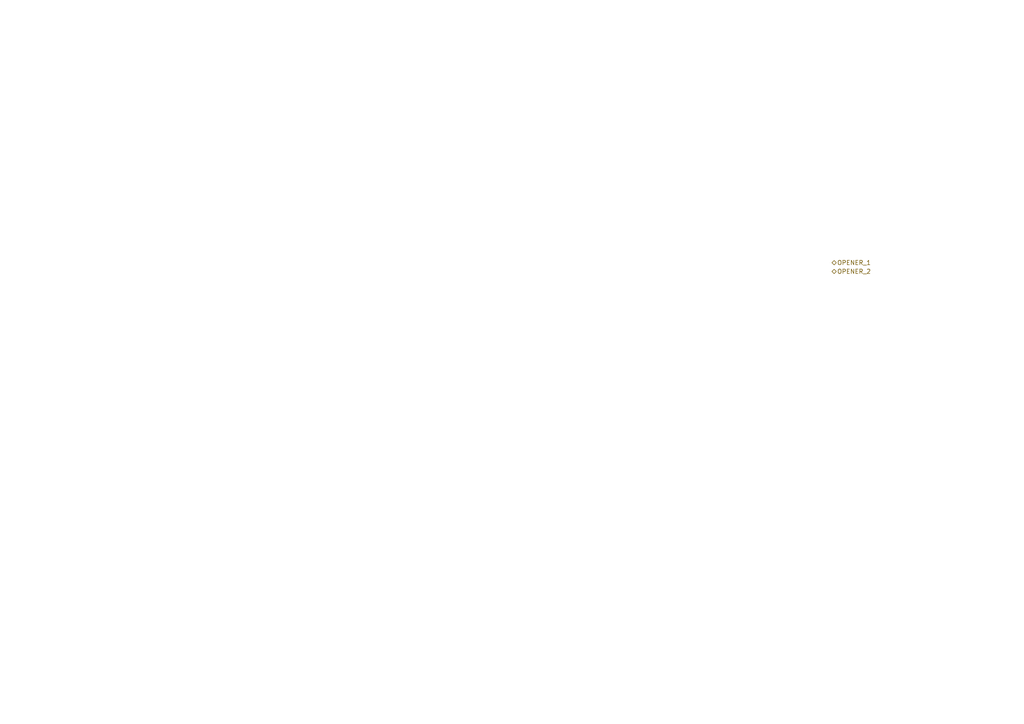
<source format=kicad_sch>
(kicad_sch
	(version 20231120)
	(generator "eeschema")
	(generator_version "8.0")
	(uuid "74bcab07-0059-4866-8d30-dd2933051a6c")
	(paper "A4")
	(lib_symbols)
	(hierarchical_label "OPENER_1"
		(shape bidirectional)
		(at 241.3 76.2 0)
		(effects
			(font
				(size 1.27 1.27)
			)
			(justify left)
		)
		(uuid "262e7d67-0b61-409e-bbac-b201ca6a9b9b")
	)
	(hierarchical_label "OPENER_2"
		(shape bidirectional)
		(at 241.3 78.74 0)
		(effects
			(font
				(size 1.27 1.27)
			)
			(justify left)
		)
		(uuid "4491b6a4-bad7-47b4-8c43-5e1193f409b5")
	)
)

</source>
